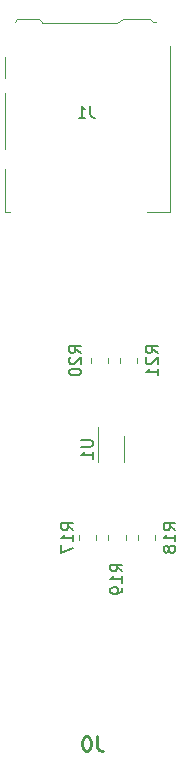
<source format=gbr>
%TF.GenerationSoftware,KiCad,Pcbnew,(5.99.0-8075-g8416c1fc37)*%
%TF.CreationDate,2021-06-30T13:11:38+01:00*%
%TF.ProjectId,picovga,7069636f-7667-4612-9e6b-696361645f70,rev?*%
%TF.SameCoordinates,Original*%
%TF.FileFunction,Legend,Bot*%
%TF.FilePolarity,Positive*%
%FSLAX46Y46*%
G04 Gerber Fmt 4.6, Leading zero omitted, Abs format (unit mm)*
G04 Created by KiCad (PCBNEW (5.99.0-8075-g8416c1fc37)) date 2021-06-30 13:11:38*
%MOMM*%
%LPD*%
G01*
G04 APERTURE LIST*
%ADD10C,0.150000*%
%ADD11C,0.254000*%
%ADD12C,0.120000*%
G04 APERTURE END LIST*
D10*
%TO.C,U1*%
X168452380Y-97238095D02*
X169261904Y-97238095D01*
X169357142Y-97285714D01*
X169404761Y-97333333D01*
X169452380Y-97428571D01*
X169452380Y-97619047D01*
X169404761Y-97714285D01*
X169357142Y-97761904D01*
X169261904Y-97809523D01*
X168452380Y-97809523D01*
X169452380Y-98809523D02*
X169452380Y-98238095D01*
X169452380Y-98523809D02*
X168452380Y-98523809D01*
X168595238Y-98428571D01*
X168690476Y-98333333D01*
X168738095Y-98238095D01*
%TO.C,J1*%
X169258333Y-68952380D02*
X169258333Y-69666666D01*
X169305952Y-69809523D01*
X169401190Y-69904761D01*
X169544047Y-69952380D01*
X169639285Y-69952380D01*
X168258333Y-69952380D02*
X168829761Y-69952380D01*
X168544047Y-69952380D02*
X168544047Y-68952380D01*
X168639285Y-69095238D01*
X168734523Y-69190476D01*
X168829761Y-69238095D01*
D11*
%TO.C,J0*%
X169833333Y-122304523D02*
X169833333Y-123211666D01*
X169893809Y-123393095D01*
X170014761Y-123514047D01*
X170196190Y-123574523D01*
X170317142Y-123574523D01*
X168986666Y-122304523D02*
X168865714Y-122304523D01*
X168744761Y-122365000D01*
X168684285Y-122425476D01*
X168623809Y-122546428D01*
X168563333Y-122788333D01*
X168563333Y-123090714D01*
X168623809Y-123332619D01*
X168684285Y-123453571D01*
X168744761Y-123514047D01*
X168865714Y-123574523D01*
X168986666Y-123574523D01*
X169107619Y-123514047D01*
X169168095Y-123453571D01*
X169228571Y-123332619D01*
X169289047Y-123090714D01*
X169289047Y-122788333D01*
X169228571Y-122546428D01*
X169168095Y-122425476D01*
X169107619Y-122365000D01*
X168986666Y-122304523D01*
D10*
%TO.C,R21*%
X174952380Y-89857142D02*
X174476190Y-89523809D01*
X174952380Y-89285714D02*
X173952380Y-89285714D01*
X173952380Y-89666666D01*
X174000000Y-89761904D01*
X174047619Y-89809523D01*
X174142857Y-89857142D01*
X174285714Y-89857142D01*
X174380952Y-89809523D01*
X174428571Y-89761904D01*
X174476190Y-89666666D01*
X174476190Y-89285714D01*
X174047619Y-90238095D02*
X174000000Y-90285714D01*
X173952380Y-90380952D01*
X173952380Y-90619047D01*
X174000000Y-90714285D01*
X174047619Y-90761904D01*
X174142857Y-90809523D01*
X174238095Y-90809523D01*
X174380952Y-90761904D01*
X174952380Y-90190476D01*
X174952380Y-90809523D01*
X174952380Y-91761904D02*
X174952380Y-91190476D01*
X174952380Y-91476190D02*
X173952380Y-91476190D01*
X174095238Y-91380952D01*
X174190476Y-91285714D01*
X174238095Y-91190476D01*
%TO.C,R17*%
X167802380Y-104857142D02*
X167326190Y-104523809D01*
X167802380Y-104285714D02*
X166802380Y-104285714D01*
X166802380Y-104666666D01*
X166850000Y-104761904D01*
X166897619Y-104809523D01*
X166992857Y-104857142D01*
X167135714Y-104857142D01*
X167230952Y-104809523D01*
X167278571Y-104761904D01*
X167326190Y-104666666D01*
X167326190Y-104285714D01*
X167802380Y-105809523D02*
X167802380Y-105238095D01*
X167802380Y-105523809D02*
X166802380Y-105523809D01*
X166945238Y-105428571D01*
X167040476Y-105333333D01*
X167088095Y-105238095D01*
X166802380Y-106142857D02*
X166802380Y-106809523D01*
X167802380Y-106380952D01*
%TO.C,R19*%
X171952380Y-108357142D02*
X171476190Y-108023809D01*
X171952380Y-107785714D02*
X170952380Y-107785714D01*
X170952380Y-108166666D01*
X171000000Y-108261904D01*
X171047619Y-108309523D01*
X171142857Y-108357142D01*
X171285714Y-108357142D01*
X171380952Y-108309523D01*
X171428571Y-108261904D01*
X171476190Y-108166666D01*
X171476190Y-107785714D01*
X171952380Y-109309523D02*
X171952380Y-108738095D01*
X171952380Y-109023809D02*
X170952380Y-109023809D01*
X171095238Y-108928571D01*
X171190476Y-108833333D01*
X171238095Y-108738095D01*
X171952380Y-109785714D02*
X171952380Y-109976190D01*
X171904761Y-110071428D01*
X171857142Y-110119047D01*
X171714285Y-110214285D01*
X171523809Y-110261904D01*
X171142857Y-110261904D01*
X171047619Y-110214285D01*
X171000000Y-110166666D01*
X170952380Y-110071428D01*
X170952380Y-109880952D01*
X171000000Y-109785714D01*
X171047619Y-109738095D01*
X171142857Y-109690476D01*
X171380952Y-109690476D01*
X171476190Y-109738095D01*
X171523809Y-109785714D01*
X171571428Y-109880952D01*
X171571428Y-110071428D01*
X171523809Y-110166666D01*
X171476190Y-110214285D01*
X171380952Y-110261904D01*
%TO.C,R18*%
X176452380Y-104857142D02*
X175976190Y-104523809D01*
X176452380Y-104285714D02*
X175452380Y-104285714D01*
X175452380Y-104666666D01*
X175500000Y-104761904D01*
X175547619Y-104809523D01*
X175642857Y-104857142D01*
X175785714Y-104857142D01*
X175880952Y-104809523D01*
X175928571Y-104761904D01*
X175976190Y-104666666D01*
X175976190Y-104285714D01*
X176452380Y-105809523D02*
X176452380Y-105238095D01*
X176452380Y-105523809D02*
X175452380Y-105523809D01*
X175595238Y-105428571D01*
X175690476Y-105333333D01*
X175738095Y-105238095D01*
X175880952Y-106380952D02*
X175833333Y-106285714D01*
X175785714Y-106238095D01*
X175690476Y-106190476D01*
X175642857Y-106190476D01*
X175547619Y-106238095D01*
X175500000Y-106285714D01*
X175452380Y-106380952D01*
X175452380Y-106571428D01*
X175500000Y-106666666D01*
X175547619Y-106714285D01*
X175642857Y-106761904D01*
X175690476Y-106761904D01*
X175785714Y-106714285D01*
X175833333Y-106666666D01*
X175880952Y-106571428D01*
X175880952Y-106380952D01*
X175928571Y-106285714D01*
X175976190Y-106238095D01*
X176071428Y-106190476D01*
X176261904Y-106190476D01*
X176357142Y-106238095D01*
X176404761Y-106285714D01*
X176452380Y-106380952D01*
X176452380Y-106571428D01*
X176404761Y-106666666D01*
X176357142Y-106714285D01*
X176261904Y-106761904D01*
X176071428Y-106761904D01*
X175976190Y-106714285D01*
X175928571Y-106666666D01*
X175880952Y-106571428D01*
%TO.C,R20*%
X168452380Y-89857142D02*
X167976190Y-89523809D01*
X168452380Y-89285714D02*
X167452380Y-89285714D01*
X167452380Y-89666666D01*
X167500000Y-89761904D01*
X167547619Y-89809523D01*
X167642857Y-89857142D01*
X167785714Y-89857142D01*
X167880952Y-89809523D01*
X167928571Y-89761904D01*
X167976190Y-89666666D01*
X167976190Y-89285714D01*
X167547619Y-90238095D02*
X167500000Y-90285714D01*
X167452380Y-90380952D01*
X167452380Y-90619047D01*
X167500000Y-90714285D01*
X167547619Y-90761904D01*
X167642857Y-90809523D01*
X167738095Y-90809523D01*
X167880952Y-90761904D01*
X168452380Y-90190476D01*
X168452380Y-90809523D01*
X167452380Y-91428571D02*
X167452380Y-91523809D01*
X167500000Y-91619047D01*
X167547619Y-91666666D01*
X167642857Y-91714285D01*
X167833333Y-91761904D01*
X168071428Y-91761904D01*
X168261904Y-91714285D01*
X168357142Y-91666666D01*
X168404761Y-91619047D01*
X168452380Y-91523809D01*
X168452380Y-91428571D01*
X168404761Y-91333333D01*
X168357142Y-91285714D01*
X168261904Y-91238095D01*
X168071428Y-91190476D01*
X167833333Y-91190476D01*
X167642857Y-91238095D01*
X167547619Y-91285714D01*
X167500000Y-91333333D01*
X167452380Y-91428571D01*
D12*
%TO.C,U1*%
X169900000Y-99100000D02*
X169900000Y-96100000D01*
X172100000Y-99100000D02*
X172100000Y-96900000D01*
%TO.C,J1*%
X162025000Y-66575000D02*
X162025000Y-64775000D01*
X172005000Y-61615000D02*
X171495000Y-61965000D01*
X162475000Y-77885000D02*
X162025000Y-77885000D01*
X165125000Y-61965000D02*
X171495000Y-61965000D01*
X165125000Y-61965000D02*
X165125000Y-61815000D01*
X174075000Y-77885000D02*
X175995000Y-77885000D01*
X162025000Y-77885000D02*
X162025000Y-74275000D01*
X163055000Y-61615000D02*
X164915000Y-61615000D01*
X174515000Y-61815000D02*
X174775000Y-61815000D01*
X162025000Y-72575000D02*
X162025000Y-67875000D01*
X163055000Y-61615000D02*
X162855000Y-61815000D01*
X174315000Y-61615000D02*
X174515000Y-61815000D01*
X174315000Y-61615000D02*
X172005000Y-61615000D01*
X175995000Y-77885000D02*
X175995000Y-63875000D01*
X164915000Y-61615000D02*
X165125000Y-61815000D01*
%TO.C,R21*%
X173235000Y-90272936D02*
X173235000Y-90727064D01*
X171765000Y-90272936D02*
X171765000Y-90727064D01*
%TO.C,R17*%
X168265000Y-105272936D02*
X168265000Y-105727064D01*
X169735000Y-105272936D02*
X169735000Y-105727064D01*
%TO.C,R19*%
X174735000Y-105272936D02*
X174735000Y-105727064D01*
X173265000Y-105272936D02*
X173265000Y-105727064D01*
%TO.C,R18*%
X170765000Y-105727064D02*
X170765000Y-105272936D01*
X172235000Y-105727064D02*
X172235000Y-105272936D01*
%TO.C,R20*%
X170735000Y-90727064D02*
X170735000Y-90272936D01*
X169265000Y-90727064D02*
X169265000Y-90272936D01*
%TD*%
M02*

</source>
